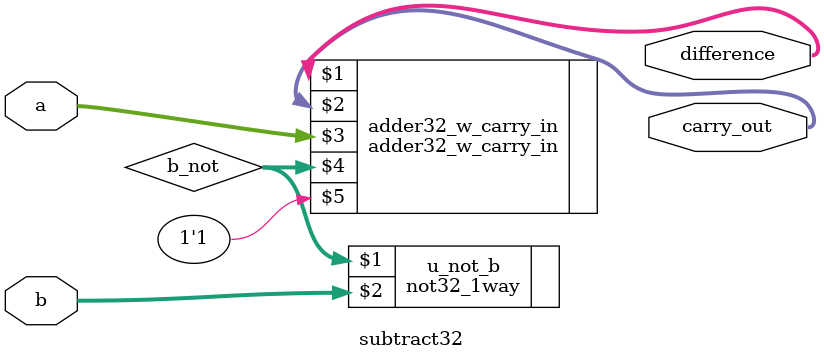
<source format=v>


module subtract32 (
	output [31:0] difference, carry_out,  
	input [31:0] a, b
	);

	wire [31:0] b_not;
	wire carry_in;

	not32_1way u_not_b(b_not, b);

	adder32_w_carry_in adder32_w_carry_in(difference, carry_out, a, b_not, 1'b1);

endmodule

</source>
